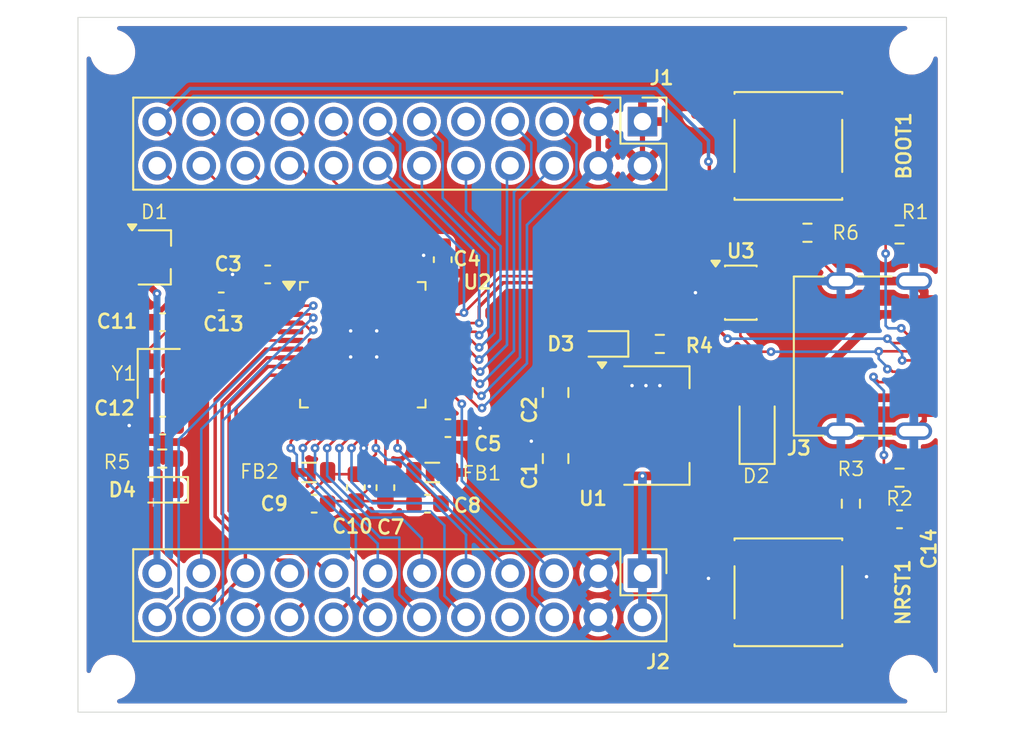
<source format=kicad_pcb>
(kicad_pcb (version 20241229) (generator "pcbnew") (generator_version "9.0")
  (layers (0 "F.Cu" signal) (2 "B.Cu" signal) (13 "F.Paste" user) (15 "B.Paste" user) (5 "F.SilkS" user "F.Silkscreen") (7 "B.SilkS" user "B.Silkscreen") (1 "F.Mask" user) (3 "B.Mask" user) (25 "Edge.Cuts" user))
  (net 0 "")
  (net 1 "+5V")
  (net 2 "GND")
  (net 3 "+3V3")
  (net 4 "VA")
  (net 5 "NRST")
  (net 6 "Net-(U2-PF0)")
  (net 7 "VREF")
  (net 8 "Net-(U2-PF1)")
  (net 9 "VBAT")
  (net 10 "VBUS")
  (net 11 "Net-(D4-K)")
  (net 12 "Net-(D3-K)")
  (net 13 "VB")
  (net 14 "PA11")
  (net 17 "PA12")
  (net 18 "Net-(J3-CC1)")
  (net 20 "PB10")
  (net 21 "PA13")
  (net 22 "PB3")
  (net 23 "PA14")
  (net 24 "PB7")
  (net 25 "PB4")
  (net 26 "PB8_BOOT0")
  (net 28 "PB14")
  (net 29 "PB15")
  (net 30 "PA10")
  (net 31 "PB13")
  (net 32 "PB12")
  (net 33 "PB5")
  (net 34 "PB6")
  (net 35 "PA15")
  (net 36 "PA8")
  (net 37 "PA9")
  (net 38 "PC15")
  (net 39 "PA4")
  (net 40 "PB2")
  (net 41 "PC14")
  (net 42 "PA2")
  (net 43 "PA0")
  (net 44 "PB11")
  (net 45 "PA1")
  (net 46 "PA7")
  (net 47 "PA3")
  (net 48 "PC13")
  (net 49 "PA5")
  (net 50 "PB1")
  (net 51 "PA6")
  (net 52 "PB0")
  (net 53 "Net-(J3-CC2)")
  (net 55 "PB9")
  (footprint "Resistor_SMD:R_0603_1608Metric" (layer "F.Cu") (at 123.85 103.4 180)
    (property "Reference" "R5")
    (property "Value" "R_220_0603")
  )
  (footprint "Inductor_SMD:L_0805_2012Metric" (layer "F.Cu") (at 139.4 104.2 180)
    (property "Reference" "FB1")
    (property "Value" "FB_0805")
  )
  (footprint "Connector_PinHeader_2.54mm:PinHeader_2x12_P2.54mm_Vertical" (layer "F.Cu") (at 151.5 84 -90)
    (property "Reference" "J1")
    (property "Value" "P1")
  )
  (footprint "Resistor_SMD:R_0603_1608Metric" (layer "F.Cu") (at 166.3 90.5 180)
    (property "Reference" "R1")
    (property "Value" "R_5.1K_0603")
  )
  (footprint "Resistor_SMD:R_0603_1608Metric" (layer "F.Cu") (at 161 90.4)
    (property "Reference" "R6")
    (property "Value" "R_10K_0603")
  )
  (footprint "Connector_USB:USB_C_Receptacle_G-Switch_GT-USB-7010ASV" (layer "F.Cu") (at 164 97.5 -90)
    (property "Reference" "J3")
    (property "Value" "~")
  )
  (footprint "Capacitor_SMD:C_0805_2012Metric" (layer "F.Cu") (at 146.5 99.6 90)
    (property "Reference" "C2")
    (property "Value" "C_10UF_0805")
  )
  (footprint "Capacitor_SMD:C_0603_1608Metric" (layer "F.Cu") (at 123.875 101.5 180)
    (property "Reference" "C12")
    (property "Value" "C_20PF_0603")
  )
  (footprint "Diode_SMD:D_PowerDI-123" (layer "F.Cu") (at 158.1 101.4 90)
    (property "Reference" "D2")
    (property "Value" "DFLS140")
  )
  (footprint "MountingHole:MountingHole_2.1mm" (layer "F.Cu") (at 121 116)
    (property "Reference" "REF**" (hide yes))
    (property "Value" "MountingHole_2.1mm")
  )
  (footprint "Resistor_SMD:R_0603_1608Metric" (layer "F.Cu") (at 166.3 104.5 180)
    (property "Reference" "R2")
    (property "Value" "R_5.1K_0603")
  )
  (footprint "Button_Switch_SMD:SW_Push_1P1T_NO_E-Switch_TL3301NxxxxxG" (layer "F.Cu") (at 159.9 111.1)
    (property "Reference" "NRST1")
    (property "Value" "SW_DPST_x2")
  )
  (footprint "Capacitor_SMD:C_0603_1608Metric" (layer "F.Cu") (at 127.25 94.35 180)
    (property "Reference" "C13")
    (property "Value" "C_100NF_0603")
  )
  (footprint "Capacitor_SMD:C_0603_1608Metric" (layer "F.Cu") (at 123.87 95.55 180)
    (property "Reference" "C11")
    (property "Value" "C_20PF_0603")
  )
  (footprint "Capacitor_SMD:C_0805_2012Metric" (layer "F.Cu") (at 146.5 103.4 90)
    (property "Reference" "C1")
    (property "Value" "C_10UF_0805")
  )
  (footprint "MountingHole:MountingHole_2.1mm" (layer "F.Cu") (at 167 116)
    (property "Reference" "REF**" (hide yes))
    (property "Value" "MountingHole_2.1mm")
  )
  (footprint "MountingHole:MountingHole_2.1mm" (layer "F.Cu") (at 121 80)
    (property "Reference" "REF**" (hide yes))
    (property "Value" "MountingHole_2.1mm")
  )
  (footprint "Package_TO_SOT_SMD:SOT-223-3_TabPin2" (layer "F.Cu") (at 152.3 101.5)
    (property "Reference" "U1")
    (property "Value" "AMS1117-3.3")
  )
  (footprint "MountingHole:MountingHole_2.1mm" (layer "F.Cu") (at 167 80)
    (property "Reference" "REF**" (hide yes))
    (property "Value" "MountingHole_2.1mm")
  )
  (footprint "Capacitor_SMD:C_0603_1608Metric" (layer "F.Cu") (at 140 91.95 90)
    (property "Reference" "C4")
    (property "Value" "C_100NF_0603")
  )
  (footprint "Package_TO_SOT_SMD:TSOT-23" (layer "F.Cu") (at 123.4 91.8)
    (property "Reference" "D1")
    (property "Value" "BAT54CW")
  )
  (footprint "Capacitor_SMD:C_0603_1608Metric" (layer "F.Cu") (at 132.6 106)
    (property "Reference" "C9")
    (property "Value" "C_1UF_0603")
  )
  (footprint "LED_SMD:LED_0603_1608Metric" (layer "F.Cu") (at 123.85 105.2 180)
    (property "Reference" "D4")
    (property "Value" "LED_BLUE_0603")
  )
  (footprint "Resistor_SMD:R_0603_1608Metric" (layer "F.Cu") (at 152.5 96.8)
    (property "Reference" "R4")
    (property "Value" "R_220_0603")
  )
  (footprint "Capacitor_SMD:C_0603_1608Metric" (layer "F.Cu") (at 129.925 92.8 180)
    (property "Reference" "C3")
    (property "Value" "C_1UF_0805")
  )
  (footprint "Capacitor_SMD:C_0603_1608Metric" (layer "F.Cu") (at 139.125 106 180)
    (property "Reference" "C8")
    (property "Value" "C_1UF_0603")
  )
  (footprint "Capacitor_SMD:C_0603_1608Metric" (layer "F.Cu") (at 136.7 105.075 -90)
    (property "Reference" "C7")
    (property "Value" "C_100NF_0603")
  )
  (footprint "Capacitor_SMD:C_0603_1608Metric" (layer "F.Cu") (at 166.3 106.9)
    (property "Reference" "C14")
    (property "Value" "C_100NF_0603")
  )
  (footprint "Package_QFP:LQFP-48_7x7mm_P0.5mm" (layer "F.Cu") (at 135.4 96.85)
    (property "Reference" "U2")
    (property "Value" "STM32G474CBTx")
  )
  (footprint "Capacitor_SMD:C_0603_1608Metric" (layer "F.Cu") (at 135 105.075 -90)
    (property "Reference" "C10")
    (property "Value" "C_100NF_0603")
  )
  (footprint "Button_Switch_SMD:SW_Push_1P1T_NO_E-Switch_TL3301NxxxxxG" (layer "F.Cu") (at 159.9 85.4 180)
    (property "Reference" "BOOT1")
    (property "Value" "SW_DPST_x2")
  )
  (footprint "Resistor_SMD:R_0603_1608Metric" (layer "F.Cu") (at 163.5 106 -90)
    (property "Reference" "R3")
    (property "Value" "R_10K_0603")
  )
  (footprint "Inductor_SMD:L_0805_2012Metric" (layer "F.Cu") (at 132.3125 104.2)
    (property "Reference" "FB2")
    (property "Value" "FB_0805")
  )
  (footprint "Capacitor_SMD:C_0603_1608Metric" (layer "F.Cu") (at 140.3 101.65)
    (property "Reference" "C5")
    (property "Value" "C_100NF_0603")
  )
  (footprint "LED_SMD:LED_0603_1608Metric" (layer "F.Cu") (at 149.2 96.8 180)
    (property "Reference" "D3")
    (property "Value" "LED_GREEN_0603")
  )
  (footprint "Connector_PinHeader_2.54mm:PinHeader_2x12_P2.54mm_Vertical" (layer "F.Cu") (at 151.5 110 -90)
    (property "Reference" "J2")
    (property "Value" "P2")
  )
  (footprint "Package_TO_SOT_SMD:SOT-23-6" (layer "F.Cu") (at 157.1625 93.85)
    (property "Reference" "U3")
    (property "Value" "SRV05-4")
  )
  (footprint "Crystal:Crystal_SMD_2016-4Pin_2.0x1.6mm" (layer "F.Cu") (at 123.65 98.5 -90)
    (property "Reference" "Y1")
    (property "Value" "X_24MHZ")
  )
  (gr_line (start 119 78) (end 169 78) (stroke (width 0.05)) (layer "Edge.Cuts"))
  (gr_line (start 169 78) (end 169 118) (stroke (width 0.05)) (layer "Edge.Cuts"))
  (gr_line (start 119 118) (end 119 78) (stroke (width 0.05)) (layer "Edge.Cuts"))
  (gr_line (start 169 118) (end 119 118) (stroke (width 0.05)) (layer "Edge.Cuts"))
  (segment (start 149.75 104.4) (end 151.5 104.4) (width 0.5) (layer "F.Cu") (net 1))
  (segment (start 158.1 102.25) (end 158.1 103.15) (width 0.5) (layer "F.Cu") (net 1))
  (segment (start 149.15 103.8) (end 149.75 104.4) (width 0.5) (layer "F.Cu") (net 1))
  (segment (start 149.15 103.8) (end 147.05 103.8) (width 0.5) (layer "F.Cu") (net 1))
  (segment (start 147.05 103.8) (end 146.5 104.35) (width 0.5) (layer "F.Cu") (net 1))
  (segment (start 158.1 103.15) (end 156.85 104.4) (width 0.5) (layer "F.Cu") (net 1))
  (segment (start 156.85 104.4) (end 151.5 104.4) (width 0.5) (layer "F.Cu") (net 1))
  (via (at 151.5 104.4) (size 0.5) (drill 0.2) (layers "F.Cu" "B.Cu") (net 1))
  (segment (start 151.5 112.54) (end 151.5 110) (width 0.5) (layer "B.Cu") (net 1))
  (segment (start 151.5 110) (end 151.5 104.4) (width 0.5) (layer "B.Cu") (net 1))
  (segment (start 135.65 97.55) (end 135.65 101.0125) (width 0.15) (layer "F.Cu") (net 2))
  (segment (start 123.095 95.55) (end 124.345 94.3) (width 0.3) (layer "F.Cu") (net 2))
  (segment (start 145.1 102.4) (end 146.45 102.4) (width 0.5) (layer "F.Cu") (net 2))
  (segment (start 138.9 91.7) (end 139.475 91.7) (width 0.15) (layer "F.Cu") (net 2))
  (segment (start 135.45 102.8) (end 135.65 102.6) (width 0.15) (layer "F.Cu") (net 2))
  (segment (start 147.05 99.2) (end 146.5 98.65) (width 0.5) (layer "F.Cu") (net 2))
  (segment (start 139.925 91.1) (end 140 91.175) (width 0.15) (layer "F.Cu") (net 2))
  (segment (start 123.05 95.505) (end 123.095 95.55) (width 0.2) (layer "F.Cu") (net 2))
  (segment (start 153.325 96.8) (end 153.325 98.375) (width 0.2) (layer "F.Cu") (net 2))
  (segment (start 135.775 105.075) (end 135 105.85) (width 0.15) (layer "F.Cu") (net 2))
  (segment (start 124.345 94.3) (end 126.45 94.3) (width 0.3) (layer "F.Cu") (net 2))
  (segment (start 141.075 101.65) (end 142.15 101.65) (width 0.15) (layer "F.Cu") (net 2))
  (segment (start 127.9 92.8) (end 129.15 92.8) (width 0.3) (layer "F.Cu") (net 2))
  (segment (start 137.65 101.0125) (end 137.65 99) (width 0.15) (layer "F.Cu") (net 2))
  (segment (start 153.325 98.375) (end 152.5 99.2) (width 0.2) (layer "F.Cu") (net 2))
  (segment (start 167.125 106.85) (end 167.075 106.9) (width 0.2) (layer "F.Cu") (net 2))
  (segment (start 167.125 104.5) (end 167.125 101.82) (width 0.3) (layer "F.Cu") (net 2))
  (segment (start 139.925 91.25) (end 139.925 91.1) (width 0.15) (layer "F.Cu") (net 2))
  (segment (start 136.2 96.05) (end 136.2 97.55) (width 0.15) (layer "F.Cu") (net 2))
  (segment (start 136.2 96.05) (end 134.7 96.05) (width 0.15) (layer "F.Cu") (net 2))
  (segment (start 135.65 102.6) (end 135.65 101.0125) (width 0.15) (layer "F.Cu") (net 2))
  (segment (start 133.525 105.85) (end 133.375 106) (width 0.15) (layer "F.Cu") (net 2))
  (segment (start 150.9 99.2) (end 152.5 99.2) (width 0.5) (layer "F.Cu") (net 2))
  (segment (start 146.45 102.4) (end 146.5 102.45) (width 0.5) (layer "F.Cu") (net 2))
  (segment (start 137.65 99) (end 136.2 97.55) (width 0.15) (layer "F.Cu") (net 2))
  (segment (start 123.1 101.5) (end 122 101.5) (width 0.3) (layer "F.Cu") (net 2))
  (segment (start 154.55 93.85) (end 156.025 93.85) (width 0.15) (layer "F.Cu") (net 2))
  (segment (start 161.825 92.08) (end 162.925 93.18) (width 0.15) (layer "F.Cu") (net 2))
  (segment (start 149.15 99.2) (end 147.05 99.2) (width 0.5) (layer "F.Cu") (net 2))
  (segment (start 139.475 91.7) (end 139.925 91.25) (width 0.15) (layer "F.Cu") (net 2))
  (segment (start 122.424 96.221) (end 122.424 98.524) (width 0.15) (layer "F.Cu") (net 2))
  (segment (start 149.3 99.05) (end 149.15 99.2) (width 0.3) (layer "F.Cu") (net 2))
  (segment (start 167.725 94.3) (end 167.725 93.78) (width 0.5) (layer "F.Cu") (net 2))
  (segment (start 154.55 93.85) (end 154.6 93.8) (width 0.15) (layer "F.Cu") (net 2))
  (segment (start 123.1 99.171292) (end 123.1 99.2) (width 0.15) (layer "F.Cu") (net 2))
  (segment (start 136.7 105.85) (end 135 105.85) (width 0.15) (layer "F.Cu") (net 2))
  (segment (start 137.65 94.6) (end 139.5625 94.6) (width 0.15) (layer "F.Cu") (net 2))
  (segment (start 149.15 99.2) (end 150.9 99.2) (width 0.5) (layer "F.Cu") (net 2))
  (segment (start 134.7 96.05) (end 134.7 97.55) (width 0.15) (layer "F.Cu") (net 2))
  (segment (start 133.15 94.5) (end 133.15 92.6875) (width 0.15) (layer "F.Cu") (net 2))
  (segment (start 126.45 94.3) (end 126.45 93.95) (width 0.2) (layer "F.Cu") (net 2))
  (segment (start 136.2 96.05) (end 137.65 94.6) (width 0.15) (layer "F.Cu") (net 2))
  (segment (start 167.725 93.78) (end 167.125 93.18) (width 0.5) (layer "F.Cu") (net 2))
  (segment (start 134.7 96.05) (end 133.15 94.5) (width 0.15) (layer "F.Cu") (net 2))
  (segment (start 135 105.85) (end 133.525 105.85) (width 0.15) (layer "F.Cu") (net 2))
  (segment (start 167.125 101.82) (end 162.925 101.82) (width 0.5) (layer "F.Cu") (net 2))
  (segment (start 122.424 98.524) (end 123.1 99.2) (width 0.15) (layer "F.Cu") (net 2))
  (segment (start 122.8 101.2) (end 123.1 101.5) (width 0.15) (layer "F.Cu") (net 2))
  (segment (start 136.2 97.55) (end 134.7 97.55) (width 0.15) (layer "F.Cu") (net 2))
  (segment (start 164.45 108.85) (end 164.4 108.9) (width 0.2) (layer "F.Cu") (net 2))
  (segment (start 167.725 101.22) (end 167.125 101.82) (width 0.3) (layer "F.Cu") (net 2))
  (segment (start 164.4 108.9) (end 164.4 110.2) (width 0.2) (layer "F.Cu") (net 2))
  (segment (start 124.2 97.8) (end 124.2 98.071292) (width 0.15) (layer "F.Cu") (net 2))
  (segment (start 138.35 105.9) (end 136.75 105.9) (width 0.2) (layer "F.Cu") (net 2))
  (segment (start 124.2 98.071292) (end 123.1 99.171292) (width 0.15) (layer "F.Cu") (net 2))
  (segment (start 155.35 108.85) (end 155.3 108.9) (width 0.2) (layer "F.Cu") (net 2))
  (segment (start 123.1 101.5) (end 123.1 99.2) (width 0.15) (layer "F.Cu") (net 2))
  (segment (start 155.3 108.9) (end 155.3 110.3) (width 0.2) (layer "F.Cu") (net 2))
  (segment (start 123.095 95.55) (end 122.424 96.221) (width 0.15) (layer "F.Cu") (net 2))
  (segment (start 135.85 105) (end 136.7 105.85) (width 0.15) (layer "F.Cu") (net 2))
  (segment (start 167.125 104.5) (end 167.125 106.85) (width 0.2) (layer "F.Cu") (net 2))
  (segment (start 167.125 93.18) (end 162.925 93.18) (width 0.5) (layer "F.Cu") (net 2))
  (segment (start 167.725 100.7) (end 167.725 101.22) (width 0.3) (layer "F.Cu") (net 2))
  (segment (start 167.125 90.5) (end 167.125 93.18) (width 0.15) (layer "F.Cu") (net 2))
  (segment (start 161.825 90.4) (end 161.825 92.08) (width 0.15) (layer "F.Cu") (net 2))
  (segment (start 148.96 86.54) (end 148.96 84) (width 0.3) (layer "F.Cu") (net 2))
  (via (at 151.7 99.2) (size 0.5) (drill 0.2) (layers "F.Cu" "B.Cu") (net 2))
  (via (at 145.1 102.4) (size 0.5) (drill 0.2) (layers "F.Cu" "B.Cu") (net 2))
  (via (at 134.7 97.55) (size 0.5) (drill 0.2) (layers "F.Cu" "B.Cu") (net 2))
  (via (at 134.7 96.05) (size 0.5) (drill 0.2) (layers "F.Cu" "B.Cu") (net 2))
  (via (at 127.9 92.8) (size 0.5) (drill 0.2) (layers "F.Cu" "B.Cu") (net 2))
  (via (at 135.775 105) (size 0.5) (drill 0.2) (layers "F.Cu" "B.Cu") (net 2))
  (via (at 138.9 91.7) (size 0.5) (drill 0.2) (layers "F.Cu" "B.Cu") (net 2))
  (via (at 135.45 102.8) (size 0.5) (drill 0.2) (layers "F.Cu" "B.Cu") (net 2))
  (via (at 164.4 110.2) (size 0.5) (drill 0.2) (layers "F.Cu" "B.Cu") (net 2))
  (via (at 121.95 101.5) (size 0.5) (drill 0.2) (layers "F.Cu" "B.Cu") (net 2))
  (via (at 155.3 110.3) (size 0.5) (drill 0.2) (layers "F.Cu" "B.Cu") (net 2))
  (via (at 150.9 99.2) (size 0.5) (drill 0.2) (layers "F.Cu" "B.Cu") (net 2))
  (via (at 152.5 99.2) (size 0.5) (drill 0.2) (layers "F.Cu" "B.Cu") (net 2))
  (via (at 142.15 101.65) (size 0.5) (drill 0.2) (layers "F.Cu" "B.Cu") (net 2))
  (via (at 154.55 93.85) (size 0.5) (drill 0.2) (layers "F.Cu" "B.Cu") (net 2))
  (via (at 136.2 97.55) (size 0.5) (drill 0.2) (layers "F.Cu" "B.Cu") (net 2))
  (via (at 136.2 96.05) (size 0.5) (drill 0.2) (layers "F.Cu" "B.Cu") (net 2))
  (segment (start 135.775 103.425) (end 135.45 103.1) (width 0.15) (layer "B.Cu") (net 2))
  (segment (start 135.775 105) (end 135.775 103.425) (width 0.15) (layer "B.Cu") (net 2))
  (segment (start 135.45 103.1) (end 135.45 102.8) (width 0.15) (layer "B.Cu") (net 2))
  (segment (start 132.5375 92.8) (end 132.65 92.6875) (width 0.3) (layer "F.Cu") (net 3))
  (segment (start 130.7 92.8) (end 132.5375 92.8) (width 0.3) (layer "F.Cu") (net 3))
  (segment (start 138.7875 101.65) (end 138.15 101.0125) (width 0.3) (layer "F.Cu") (net 3))
  (segment (start 148.2 100.55) (end 149.15 101.5) (width 0.5) (layer "F.Cu") (net 3))
  (segment (start 151.5 86.54) (end 151.5 84) (width 0.3) (layer "F.Cu") (net 3))
  (segment (start 146.5 100.55) (end 148.2 100.55) (width 0.5) (layer "F.Cu") (net 3))
  (segment (start 139.5625 94.1) (end 139.5625 93.1625) (width 0.3) (layer "F.Cu") (net 3))
  (segment (start 139.5625 93.1625) (end 140 92.725) (width 0.3) (layer "F.Cu") (net 3))
  (segment (start 139.525 101.65) (end 138.7875 101.65) (width 0.3) (layer "F.Cu") (net 3))
  (segment (start 136.649999 101.0125) (end 136.7 101.062501) (width 0.15) (layer "F.Cu") (net 4))
  (segment (start 138.3375 104.4375) (end 139.9 106) (width 0.15) (layer "F.Cu") (net 4))
  (segment (start 138.2375 104.3) (end 138.3375 104.2) (width 0.15) (layer "F.Cu") (net 4))
  (segment (start 138.3375 104.2) (end 138.3375 104.4375) (width 0.15) (layer "F.Cu") (net 4))
  (segment (start 136.7 104.3) (end 138.2375 104.3) (width 0.15) (layer "F.Cu") (net 4))
  (segment (start 136.7 101.062501) (end 136.7 104.3) (width 0.15) (layer "F.Cu") (net 4))
  (segment (start 155.35 113.35) (end 154 114.7) (width 0.2) (layer "F.Cu") (net 5))
  (segment (start 127.3 113.1) (end 127.3 111.34) (width 0.2) (layer "F.Cu") (net 5))
  (segment (start 163.5 106.825) (end 165.45 106.825) (width 0.2) (layer "F.Cu") (net 5))
  (segment (start 164.45 113.35) (end 155.35 113.35) (width 0.2) (layer "F.Cu") (net 5))
  (segment (start 154 114.7) (end 128.9 114.7) (width 0.2) (layer "F.Cu") (net 5))
  (segment (start 166.6 111.2) (end 164.45 113.35) (width 0.2) (layer "F.Cu") (net 5))
  (segment (start 166.6 107.975) (end 166.6 111.2) (width 0.2) (layer "F.Cu") (net 5))
  (segment (start 127.3 111.34) (end 128.64 110) (width 0.2) (layer "F.Cu") (net 5))
  (segment (start 165.45 106.825) (end 165.525 106.9) (width 0.2) (layer "F.Cu") (net 5))
  (segment (start 131.2375 97.1) (end 129.8145 97.1) (width 0.2) (layer "F.Cu") (net 5))
  (segment (start 128.9 114.7) (end 127.3 113.1) (width 0.2) (layer "F.Cu") (net 5))
  (segment (start 126.9 100.0145) (end 126.9 106.7342) (width 0.2) (layer "F.Cu") (net 5))
  (segment (start 126.9 106.7342) (end 128.64 108.4742) (width 0.2) (layer "F.Cu") (net 5))
  (segment (start 128.64 108.4742) (end 128.64 110) (width 0.2) (layer "F.Cu") (net 5))
  (segment (start 165.525 106.9) (end 166.6 107.975) (width 0.2) (layer "F.Cu") (net 5))
  (segment (start 129.8145 97.1) (end 126.9 100.0145) (width 0.2) (layer "F.Cu") (net 5))
  (segment (start 123.1 97.095) (end 124.645 95.55) (width 0.15) (layer "F.Cu") (net 6))
  (segment (start 125.195 96.1) (end 131.2375 96.1) (width 0.15) (layer "F.Cu") (net 6))
  (segment (start 123.1 97.8) (end 123.1 97.095) (width 0.15) (layer "F.Cu") (net 6))
  (segment (start 124.645 95.55) (end 125.195 96.1) (width 0.15) (layer "F.Cu") (net 6))
  (segment (start 136.150003 102.8) (end 136.15 102.799997) (width 0.15) (layer "F.Cu") (net 7))
  (segment (start 135 104.3) (end 133.475 104.3) (width 0.15) (layer "F.Cu") (net 7))
  (segment (start 131.825 106) (end 133.375 104.45) (width 0.15) (layer "F.Cu") (net 7))
  (segment (start 133.375 104.45) (end 133.375 104.2) (width 0.15) (layer "F.Cu") (net 7))
  (segment (start 136.150003 102.8) (end 136.150003 103.149997) (width 0.15) (layer "F.Cu") (net 7))
  (segment (start 136.150003 103.149997) (end 135 104.3) (width 0.15) (layer "F.Cu") (net 7))
  (segment (start 133.475 104.3) (end 133.375 104.2) (width 0.15) (layer "F.Cu") (net 7))
  (segment (start 136.15 102.799997) (end 136.15 101.0125) (width 0.15) (layer "F.Cu") (net 7))
  (via (at 136.150003 102.8) (size 0.5) (drill 0.2) (layers "F.Cu" "B.Cu") (net 7))
  (segment (start 136.150003 102.8) (end 136.821391 103.471388) (width 0.15) (layer "B.Cu") (net 7))
  (segment (start 137.528612 103.471388) (end 143.88 109.822777) (width 0.15) (layer "B.Cu") (net 7))
  (segment (start 136.821391 103.471388) (end 137.528612 103.471388) (width 0.15) (layer "B.Cu") (net 7))
  (segment (start 143.88 109.822777) (end 143.88 110) (width 0.15) (layer "B.Cu") (net 7))
  (segment (start 129.75 96.6) (end 127.15 99.2) (width 0.15) (layer "F.Cu") (net 8))
  (segment (start 124.65 101.5) (end 124.65 99.65) (width 0.15) (layer "F.Cu") (net 8))
  (segment (start 131.2375 96.6) (end 129.75 96.6) (width 0.15) (layer "F.Cu") (net 8))
  (segment (start 131.1635 96.674) (end 131.2375 96.6) (width 0.15) (layer "F.Cu") (net 8))
  (segment (start 124.65 99.65) (end 124.2 99.2) (width 0.15) (layer "F.Cu") (net 8))
  (segment (start 127.15 99.2) (end 124.2 99.2) (width 0.15) (layer "F.Cu") (net 8))
  (segment (start 125.475 91.8) (end 128.025 94.35) (width 0.3) (layer "F.Cu") (net 9))
  (segment (start 131.2375 94.1) (end 128.275 94.1) (width 0.15) (layer "F.Cu") (net 9))
  (segment (start 131.235818 94.098318) (end 131.2375 94.1) (width 0.2) (layer "F.Cu") (net 9))
  (segment (start 128.275 94.1) (end 128.025 94.35) (width 0.15) (layer "F.Cu") (net 9))
  (segment (start 124.71 91.8) (end 125.475 91.8) (width 0.3) (layer "F.Cu") (net 9))
  (segment (start 167.725 99.9) (end 160.425 99.9) (width 0.5) (layer "F.Cu") (net 10))
  (segment (start 167.725 95.1) (end 165.175 95.1) (width 0.5) (layer "F.Cu") (net 10))
  (segment (start 158.1 99.95) (end 158.35 99.7) (width 0.5) (layer "F.Cu") (net 10))
  (segment (start 158.15 99.7) (end 158.1 99.75) (width 0.5) (layer "F.Cu") (net 10))
  (segment (start 167.725 95.1) (end 167.676 95.149) (width 0.5) (layer "F.Cu") (net 10))
  (segment (start 167.725 95.1) (end 167.564 95.261) (width 0.15) (layer "F.Cu") (net 10))
  (segment (start 167.725 95.1) (end 167.525 95.3) (width 0.2) (layer "F.Cu") (net 10))
  (segment (start 158.1 99.875) (end 160.4 99.875) (width 0.5) (layer "F.Cu") (net 10))
  (segment (start 165.175 95.1) (end 160.4 99.875) (width 0.5) (layer "F.Cu") (net 10))
  (segment (start 124.675 105.1625) (end 124.6375 105.2) (width 0.15) (layer "F.Cu") (net 11))
  (segment (start 124.6375 105.2) (end 124.6375 105.0125) (width 0.2) (layer "F.Cu") (net 11))
  (segment (start 124.675 103.4) (end 124.675 105.1625) (width 0.15) (layer "F.Cu") (net 11))
  (segment (start 151.675 96.8) (end 149.9875 96.8) (width 0.15) (layer "F.Cu") (net 12))
  (segment (start 122.09 92.75) (end 122.4 92.75) (width 0.4) (layer "F.Cu") (net 13))
  (segment (start 122.4 92.75) (end 123.55 93.9) (width 0.4) (layer "F.Cu") (net 13))
  (via (at 123.55 93.9) (size 0.5) (drill 0.2) (layers "F.Cu" "B.Cu") (net 13))
  (segment (start 123.55 109.99) (end 123.56 110) (width 0.4) (layer "B.Cu") (net 13))
  (segment (start 123.55 93.92) (end 123.55 109.99) (width 0.4) (layer "B.Cu") (net 13))
  (segment (start 123.56 93.91) (end 123.55 93.92) (width 0.4) (layer "B.Cu") (net 13))
  (segment (start 123.55 93.9) (end 123.56 93.91) (width 0.2) (layer "B.Cu") (net 13))
  (segment (start 139.5625 95.600001) (end 142.1 95.6) (width 0.15) (layer "F.Cu") (net 14))
  (segment (start 142.1 94.656744) (end 142.1 95.6) (width 0.2) (layer "F.Cu") (net 14))
  (segment (start 154.720768 94.8) (end 153.196768 93.276) (width 0.2) (layer "F.Cu") (net 14))
  (segment (start 156.4 96.5) (end 156 96.1) (width 0.2) (layer "F.Cu") (net 14))
  (segment (start 167.725 96.75) (end 165.85 96.75) (width 0.15) (layer "F.Cu") (net 14))
  (segment (start 156.025 94.8) (end 154.720768 94.8) (width 0.2) (layer "F.Cu") (net 14))
  (segment (start 165.85 96.75) (end 165.6 96.5) (width 0.15) (layer "F.Cu") (net 14))
  (segment (start 143.480744 93.276) (end 142.1 94.656744) (width 0.2) (layer "F.Cu") (net 14))
  (segment (start 153.196768 93.276) (end 143.480744 93.276) (width 0.2) (layer "F.Cu") (net 14))
  (segment (start 156 96.1) (end 156 94.825) (width 0.2) (layer "F.Cu") (net 14))
  (segment (start 167.725 97.75) (end 166.45 97.75) (width 0.15) (layer "F.Cu") (net 14))
  (segment (start 156 94.825) (end 156.025 94.8) (width 0.2) (layer "F.Cu") (net 14))
  (via (at 165.6 96.5) (size 0.5) (drill 0.2) (layers "F.Cu" "B.Cu") (net 14))
  (via (at 142.1 95.6) (size 0.5) (drill 0.2) (layers "F.Cu" "B.Cu") (net 14))
  (via (at 166.45 97.75) (size 0.5) (drill 0.2) (layers "F.Cu" "B.Cu") (net 14))
  (via (at 156.4 96.5) (size 0.5) (drill 0.2) (layers "F.Cu" "B.Cu") (net 14))
  (segment (start 142.1 95.6) (end 142.1 91.720405) (width 0.15) (layer "B.Cu") (net 14))
  (segment (start 142.1 91.720405) (end 137.55 87.170405) (width 0.15) (layer "B.Cu") (net 14))
  (segment (start 137.55 87.170405) (end 137.55 85.29) (width 0.15) (layer "B.Cu") (net 14))
  (segment (start 137.55 85.29) (end 136.26 84) (width 0.15) (layer "B.Cu") (net 14))
  (segment (start 166.45 97.75) (end 166.45 97.35) (width 0.15) (layer "B.Cu") (net 14))
  (segment (start 166.45 97.35) (end 165.6 96.5) (width 0.15) (layer "B.Cu") (net 14))
  (segment (start 165.6 96.5) (end 156.4 96.5) (width 0.15) (layer "B.Cu") (net 14))
  (segment (start 158.9 97.25) (end 158.05 97.25) (width 0.15) (layer "F.Cu") (net 17))
  (segment (start 141.225 95) (end 141.125 95.1) (width 0.15) (layer "F.Cu") (net 17))
  (segment (start 166.805 98.4) (end 166.955 98.25) (width 0.15) (layer "F.Cu") (net 17))
  (segment (start 157.138243 93.350744) (end 156.687499 92.9) (width 0.15) (layer "F.Cu") (net 17))
  (segment (start 165.9 98.4) (end 166.805 98.4) (width 0.15) (layer "F.Cu") (net 17))
  (segment (start 165.1 97.224) (end 167.699 97.224) (width 0.15) (layer "F.Cu") (net 17))
  (segment (start 167.699 97.224) (end 167.725 97.25) (width 0.15) (layer "F.Cu") (net 17))
  (segment (start 165.75 98.25) (end 165.9 98.4) (width 0.15) (layer "F.Cu") (net 17))
  (segment (start 166.955 98.25) (end 167.725 98.25) (width 0.15) (layer "F.Cu") (net 17))
  (segment (start 158.05 97.25) (end 157.138243 96.338243) (width 0.15) (layer "F.Cu") (net 17))
  (segment (start 157.138243 96.338243) (end 157.138243 93.350744) (width 0.15) (layer "F.Cu") (net 17))
  (segment (start 141.125 95.1) (end 139.5625 95.1) (width 0.15) (layer "F.Cu") (net 17))
  (segment (start 156.687499 92.9) (end 156.025 92.9) (width 0.15) (layer "F.Cu") (net 17))
  (segment (start 165.6 98.25) (end 165.75 98.25) (width 0.15) (layer "F.Cu") (net 17))
  (segment (start 143.325 92.9) (end 141.225 95) (width 0.15) (layer "F.Cu") (net 17))
  (segment (start 156.025 92.9) (end 143.325 92.9) (width 0.15) (layer "F.Cu") (net 17))
  (via (at 165.6 98.25) (size 0.5) (drill 0.2) (layers "F.Cu" "B.Cu") (net 17))
  (via (at 165.1 97.224) (size 0.5) (drill 0.2) (layers "F.Cu" "B.Cu") (net 17))
  (via (at 158.9 97.25) (size 0.5) (drill 0.2) (layers "F.Cu" "B.Cu") (net 17))
  (via (at 141.225 95) (size 0.5) (drill 0.2) (layers "F.Cu" "B.Cu") (net 17))
  (segment (start 165.6 98.15) (end 165.6 98.25) (width 0.15) (layer "B.Cu") (net 17))
  (segment (start 141.225 91.505) (end 136.26 86.54) (width 0.15) (layer "B.Cu") (net 17))
  (segment (start 158.9 97.25) (end 165.074 97.25) (width 0.15) (layer "B.Cu") (net 17))
  (segment (start 141.225 95) (end 141.225 91.505) (width 0.15) (layer "B.Cu") (net 17))
  (segment (start 165.074 97.25) (end 165.1 97.224) (width 0.15) (layer "B.Cu") (net 17))
  (segment (start 165.1 97.65) (end 165.6 98.15) (width 0.15) (layer "B.Cu") (net 17))
  (segment (start 165.1 97.224) (end 165.1 97.65) (width 0.15) (layer "B.Cu") (net 17))
  (segment (start 166.4 95.9) (end 166.75 96.25) (width 0.15) (layer "F.Cu") (net 18))
  (segment (start 165.5 90.525) (end 165.475 90.5) (width 0.15) (layer "F.Cu") (net 18))
  (segment (start 166.75 96.25) (end 167.725 96.25) (width 0.15) (layer "F.Cu") (net 18))
  (segment (start 165.5 91.6) (end 165.5 90.525) (width 0.15) (layer "F.Cu") (net 18))
  (via (at 165.5 91.6) (size 0.5) (drill 0.2) (layers "F.Cu" "B.Cu") (net 18))
  (via (at 166.4 95.9) (size 0.5) (drill 0.2) (layers "F.Cu" "B.Cu") (net 18))
  (segment (start 165.5 95.75) (end 165.5 91.6) (width 0.15) (layer "B.Cu") (net 18))
  (segment (start 165.65 95.9) (end 165.5 95.75) (width 0.15) (layer "B.Cu") (net 18))
  (segment (start 166.4 95.9) (end 165.65 95.9) (width 0.15) (layer "B.Cu") (net 18))
  (segment (start 137.4 102.8) (end 137.4 102.25) (width 0.15) (layer "F.Cu") (net 20))
  (segment (start 137.15 102) (end 137.15 101.0125) (width 0.15) (layer "F.Cu") (net 20))
  (segment (start 137.4 102.25) (end 137.15 102) (width 0.15) (layer "F.Cu") (net 20))
  (via (at 137.4 102.8) (size 0.5) (drill 0.2) (layers "F.Cu" "B.Cu") (net 20))
  (segment (start 145.15 109.677595) (end 145.15 111.27) (width 0.15) (layer "B.Cu") (net 20))
  (segment (start 143.253612 108.7) (end 144.172405 108.7) (width 0.15) (layer "B.Cu") (net 20))
  (segment (start 137.4 102.8) (end 137.4 102.846388) (width 0.15) (layer "B.Cu") (net 20))
  (segment (start 144.172405 108.7) (end 145.15 109.677595) (width 0.15) (layer "B.Cu") (net 20))
  (segment (start 137.4 102.846388) (end 143.253612 108.7) (width 0.15) (layer "B.Cu") (net 20))
  (segment (start 145.15 111.27) (end 146.42 112.54) (width 0.15) (layer "B.Cu") (net 20))
  (segment (start 134.871 87.971) (end 134.871 85.151) (width 0.15) (layer "F.Cu") (net 21))
  (segment (start 138.15 92.6875) (end 138.15 91.25) (width 0.15) (layer "F.Cu") (net 21))
  (segment (start 138.15 91.25) (end 134.871 87.971) (width 0.15) (layer "F.Cu") (net 21))
  (segment (start 134.871 85.151) (end 133.72 84) (width 0.15) (layer "F.Cu") (net 21))
  (segment (start 133.580424 88.444) (end 132.747612 88.444) (width 0.15) (layer "F.Cu") (net 22))
  (segment (start 132.149 87.012576) (end 131.676424 86.54) (width 0.15) (layer "F.Cu") (net 22))
  (segment (start 136.649999 92.6875) (end 136.649999 91.513575) (width 0.15) (layer "F.Cu") (net 22))
  (segment (start 132.149 87.845388) (end 132.149 87.012576) (width 0.15) (layer "F.Cu") (net 22))
  (segment (start 131.676424 86.54) (end 131.18 86.54) (width 0.15) (layer "F.Cu") (net 22))
  (segment (start 136.649999 91.513575) (end 133.580424 88.444) (width 0.15) (layer "F.Cu") (net 22))
  (segment (start 132.747612 88.444) (end 132.149 87.845388) (width 0.15) (layer "F.Cu") (net 22))
  (segment (start 137.65 92.6875) (end 137.65 91.35) (width 0.15) (layer "F.Cu") (net 23))
  (segment (start 133.72 87.42) (end 133.72 86.54) (width 0.15) (layer "F.Cu") (net 23))
  (segment (start 137.65 91.35) (end 133.72 87.42) (width 0.15) (layer "F.Cu") (net 23))
  (segment (start 129.658 90.098) (end 126.1 86.54) (width 0.15) (layer "F.Cu") (net 24))
  (segment (start 132.966024 90.098) (end 129.658 90.098) (width 0.15) (layer "F.Cu") (net 24))
  (segment (start 134.65 91.781976) (end 132.966024 90.098) (width 0.15) (layer "F.Cu") (net 24))
  (segment (start 134.65 92.6875) (end 134.65 91.781976) (width 0.15) (layer "F.Cu") (net 24))
  (segment (start 129.9 86.9) (end 129.9 85.26) (width 0.15) (layer "F.Cu") (net 25))
  (segment (start 133.464324 88.895) (end 131.895 88.895) (width 0.15) (layer "F.Cu") (net 25))
  (segment (start 136.15 92.6875) (end 136.15 91.580676) (width 0.15) (layer "F.Cu") (net 25))
  (segment (start 129.9 85.26) (end 128.64 84) (width 0.15) (layer "F.Cu") (net 25))
  (segment (start 131.895 88.895) (end 129.9 86.9) (width 0.15) (layer "F.Cu") (net 25))
  (segment (start 136.15 91.580676) (end 133.464324 88.895) (width 0.15) (layer "F.Cu") (net 25))
  (segment (start 155.35 86.35) (end 155.3 86.3) (width 0.2) (layer "F.Cu") (net 26))
  (segment (start 164.45 87.65) (end 162.925 87.65) (width 0.15) (layer "F.Cu") (net 26))
  (segment (start 157.425 87.65) (end 160.175 90.4) (width 0.15) (layer "F.Cu") (net 26))
  (segment (start 134.150001 92.6875) (end 134.150001 91.849077) (width 0.15) (layer "F.Cu") (net 26))
  (segment (start 132.799924 90.499) (end 128.299 90.499) (width 0.15) (layer "F.Cu") (net 26))
  (segment (start 162.925 87.65) (end 160.175 90.4) (width 0.15) (layer "F.Cu") (net 26))
  (segment (start 155.35 87.65) (end 157.425 87.65) (width 0.15) (layer "F.Cu") (net 26))
  (segment (start 134.150001 91.849077) (end 132.799924 90.499) (width 0.15) (layer "F.Cu") (net 26))
  (segment (start 155.35 87.65) (end 155.35 86.35) (width 0.2) (layer "F.Cu") (net 26))
  (segment (start 124.8 85.24) (end 123.56 84) (width 0.15) (layer "F.Cu") (net 26))
  (segment (start 124.8 87) (end 124.8 85.24) (width 0.15) (layer "F.Cu") (net 26))
  (segment (start 128.299 90.499) (end 124.8 87) (width 0.15) (layer "F.Cu") (net 26))
  (via (at 155.3 86.3) (size 0.5) (drill 0.2) (layers "F.Cu" "B.Cu") (net 26))
  (segment (start 155.3 86.3) (end 155.3 85.1) (width 0.2) (layer "B.Cu") (net 26))
  (segment (start 152.3 82.1) (end 125.46 82.1) (width 0.2) (layer "B.Cu") (net 26))
  (segment (start 155.3 85.1) (end 152.3 82.1) (width 0.2) (layer "B.Cu") (net 26))
  (segment (start 125.46 82.1) (end 123.56 84) (width 0.2) (layer "B.Cu") (net 26))
  (segment (start 142.114072 99.09741) (end 142.141983 99.09741) (width 0.15) (layer "F.Cu") (net 28))
  (segment (start 141.116661 98.099999) (end 142.114072 99.09741) (width 0.15) (layer "F.Cu") (net 28))
  (segment (start 139.5625 98.099999) (end 141.116661 98.099999) (width 0.15) (layer "F.Cu") (net 28))
  (via (at 142.141983 99.09741) (size 0.5) (drill 0.2) (layers "F.Cu" "B.Cu") (net 28))
  (segment (start 144.1 97.199604) (end 144.1 88.05) (width 0.15) (layer "B.Cu") (net 28))
  (segment (start 142.202194 99.09741) (end 144.1 97.199604) (width 0.15) (layer "B.Cu") (net 28))
  (segment (start 144.1 88.05) (end 145.1 87.05) (width 0.15) (layer "B.Cu") (net 28))
  (segment (start 145.1 87.05) (end 145.1 85.22) (width 0.15) (layer "B.Cu") (net 28))
  (segment (start 142.141983 99.09741) (end 142.202194 99.09741) (width 0.15) (layer "B.Cu") (net 28))
  (segment (start 145.1 85.22) (end 143.88 84) (width 0.15) (layer "B.Cu") (net 28))
  (segment (start 142.053708 98.397594) (end 142.158133 98.397594) (width 0.15) (layer "F.Cu") (net 29))
  (segment (start 141.256114 97.6) (end 142.053708 98.397594) (width 0.15) (layer "F.Cu") (net 29))
  (segment (start 139.5625 97.6) (end 141.256114 97.6) (width 0.15) (layer "F.Cu") (net 29))
  (via (at 142.158133 98.397594) (size 0.5) (drill 0.2) (layers "F.Cu" "B.Cu") (net 29))
  (segment (start 143.7 86.72) (end 143.88 86.54) (width 0.15) (layer "B.Cu") (net 29))
  (segment (start 142.158133 98.397594) (end 143.7 96.855727) (width 0.15) (layer "B.Cu") (net 29))
  (segment (start 143.7 96.855727) (end 143.7 86.72) (width 0.15) (layer "B.Cu") (net 29))
  (segment (start 141.899997 96.1) (end 142.1 96.300003) (width 0.15) (layer "F.Cu") (net 30))
  (segment (start 139.5625 96.1) (end 141.899997 96.1) (width 0.15) (layer "F.Cu") (net 30))
  (via (at 142.1 96.300003) (size 0.5) (drill 0.2) (layers "F.Cu" "B.Cu") (net 30))
  (segment (start 142.1 96.300003) (end 142.143874 96.300003) (width 0.15) (layer "B.Cu") (net 30))
  (segment (start 138.8 87.85) (end 138.8 86.54) (width 0.15) (layer "B.Cu") (net 30))
  (segment (start 142.143874 96.300003) (end 142.626 95.817877) (width 0.15) (layer "B.Cu") (net 30))
  (segment (start 142.626 95.817877) (end 142.626 91.676) (width 0.15) (layer "B.Cu") (net 30))
  (segment (start 142.626 91.676) (end 138.8 87.85) (width 0.15) (layer "B.Cu") (net 30))
  (segment (start 140.900696 98.6) (end 142.092427 99.791731) (width 0.15) (layer "F.Cu") (net 31))
  (segment (start 139.5625 98.6) (end 140.900696 98.6) (width 0.15) (layer "F.Cu") (net 31))
  (segment (start 142.092427 99.791731) (end 142.230987 99.791731) (width 0.15) (layer "F.Cu") (net 31))
  (via (at 142.230987 99.791731) (size 0.5) (drill 0.2) (layers "F.Cu" "B.Cu") (net 31))
  (segment (start 144.45 97.572718) (end 144.45 88.51) (width 0.15) (layer "B.Cu") (net 31))
  (segment (start 144.45 88.51) (end 146.42 86.54) (width 0.15) (layer "B.Cu") (net 31))
  (segment (start 142.230987 99.791731) (end 144.45 97.572718) (width 0.15) (layer "B.Cu") (net 31))
  (segment (start 140.693877 99.1) (end 142.085009 100.491132) (width 0.15) (layer "F.Cu") (net 32))
  (segment (start 142.085009 100.491132) (end 142.260004 100.491132) (width 0.15) (layer "F.Cu") (net 32))
  (segment (start 139.5625 99.1) (end 140.693877 99.1) (width 0.15) (layer "F.Cu") (net 32))
  (via (at 142.260004 100.491132) (size 0.5) (drill 0.2) (layers "F.Cu" "B.Cu") (net 32))
  (segment (start 147.7 85.28) (end 146.42 84) (width 0.15) (layer "B.Cu") (net 32))
  (segment (start 147.7 87.1) (end 147.7 85.28) (width 0.15) (layer "B.Cu") (net 32))
  (segment (start 144.85 97.916595) (end 144.85 89.95) (width 0.15) (layer "B.Cu") (net 32))
  (segment (start 142.260004 100.491132) (end 142.275463 100.491132) (width 0.15) (layer "B.Cu") (net 32))
  (segment (start 142.275463 100.491132) (end 144.85 97.916595) (width 0.15) (layer "B.Cu") (net 32))
  (segment (start 144.85 89.95) (end 147.7 87.1) (width 0.15) (layer "B.Cu") (net 32))
  (segment (start 133.298224 89.296) (end 131.396 89.296) (width 0.15) (layer "F.Cu") (net 33))
  (segment (start 135.65 91.647776) (end 133.298224 89.296) (width 0.15) (layer "F.Cu") (net 33))
  (segment (start 131.396 89.296) (end 128.64 86.54) (width 0.15) (layer "F.Cu") (net 33))
  (segment (start 135.65 92.6875) (end 135.65 91.647776) (width 0.15) (layer "F.Cu") (net 33))
  (segment (start 127.4 86.95) (end 127.4 85.3) (width 0.15) (layer "F.Cu") (net 34))
  (segment (start 130.147 89.697) (end 127.4 86.95) (width 0.15) (layer "F.Cu") (net 34))
  (segment (start 135.15 92.6875) (end 135.15 91.714876) (width 0.15) (layer "F.Cu") (net 34))
  (segment (start 127.4 85.3) (end 126.1 84) (width 0.15) (layer "F.Cu") (net 34))
  (segment (start 133.132124 89.697) (end 130.147 89.697) (width 0.15) (layer "F.Cu") (net 34))
  (segment (start 135.15 91.714876) (end 133.132124 89.697) (width 0.15) (layer "F.Cu") (net 34))
  (segment (start 132.5 87.7) (end 132.5 85.32) (width 0.15) (layer "F.Cu") (net 35))
  (segment (start 132.893 88.093) (end 132.5 87.7) (width 0.15) (layer "F.Cu") (net 35))
  (segment (start 132.5 85.32) (end 131.18 84) (width 0.15) (layer "F.Cu") (net 35))
  (segment (start 133.796524 88.093) (end 132.893 88.093) (width 0.15) (layer "F.Cu") (net 35))
  (segment (start 137.15 92.6875) (end 137.15 91.446476) (width 0.15) (layer "F.Cu") (net 35))
  (segment (start 137.15 91.446476) (end 133.796524 88.093) (width 0.15) (layer "F.Cu") (net 35))
  (segment (start 141.456117 97.1) (end 142.056126 97.700009) (width 0.15) (layer "F.Cu") (net 36))
  (segment (start 142.056126 97.700009) (end 142.1 97.700009) (width 0.15) (layer "F.Cu") (net 36))
  (segment (start 139.5625 97.1) (end 141.456117 97.1) (width 0.15) (layer "F.Cu") (net 36))
  (via (at 142.1 97.700009) (size 0.5) (drill 0.2) (layers "F.Cu" "B.Cu") (net 36))
  (segment (start 143.328 91.178) (end 141.34 89.19) (width 0.15) (layer "B.Cu") (net 36))
  (segment (start 142.1 97.700009) (end 142.143874 97.700009) (width 0.15) (layer "B.Cu") (net 36))
  (segment (start 141.34 89.19) (end 141.34 86.54) (width 0.15) (layer "B.Cu") (net 36))
  (segment (start 142.143874 97.700009) (end 143.328 96.515883) (width 0.15) (layer "B.Cu") (net 36))
  (segment (start 143.328 96.515883) (end 143.328 91.178) (width 0.15) (layer "B.Cu") (net 36))
  (segment (start 141.65612 96.6) (end 142.056126 97.000006) (width 0.15) (layer "F.Cu") (net 37))
  (segment (start 142.056126 97.000006) (end 142.1 97.000006) (width 0.15) (layer "F.Cu") (net 37))
  (segment (start 139.5625 96.6) (end 141.65612 96.6) (width 0.15) (layer "F.Cu") (net 37))
  (via (at 142.1 97.000006) (size 0.5) (drill 0.2) (layers "F.Cu" "B.Cu") (net 37))
  (segment (start 142.143874 97.000006) (end 142.977 96.16688) (width 0.15) (layer "B.Cu") (net 37))
  (segment (start 142.977 91.377) (end 140 88.4) (width 0.15) (layer "B.Cu") (net 37))
  (segment (start 142.1 97.000006) (end 142.143874 97.000006) (width 0.15) (layer "B.Cu") (net 37))
  (segment (start 140 88.4) (end 140 85.2) (width 0.15) (layer "B.Cu") (net 37))
  (segment (start 140 85.2) (end 138.8 84) (width 0.15) (layer "B.Cu") (net 37))
  (segment (start 142.977 96.16688) (end 142.977 91.377) (width 0.15) (layer "B.Cu") (net 37))
  (segment (start 131.2375 95.600001) (end 131.974999 95.600001) (width 0.15) (layer "F.Cu") (net 38))
  (segment (start 132.375004 96.000006) (end 132.55 96.000006) (width 0.15) (layer "F.Cu") (net 38))
  (segment (start 131.974999 95.600001) (end 132.375004 96.000006) (width 0.15) (layer "F.Cu") (net 38))
  (via (at 132.55 96.000006) (size 0.5) (drill 0.2) (layers "F.Cu" "B.Cu") (net 38))
  (segment (start 127.35 111.29) (end 126.1 112.54) (width 0.15) (layer "B.Cu") (net 38))
  (segment (start 132.55 96.000006) (end 127.35 101.200006) (width 0.15) (layer "B.Cu") (net 38))
  (segment (start 127.35 101.200006) (end 127.35 111.29) (width 0.15) (layer "B.Cu") (net 38))
  (segment (start 128.905 100.845) (end 130.15 99.6) (width 0.2) (layer "F.Cu") (net 39))
  (segment (start 131.0483 108.047) (end 128.905 105.9037) (width 0.2) (layer "F.Cu") (net 39))
  (segment (start 135 109.3) (end 133.747 108.047) (width 0.2) (layer "F.Cu") (net 39))
  (segment (start 128.905 105.9037) (end 128.905 100.845) (width 0.2) (layer "F.Cu") (net 39))
  (segment (start 135 111.26) (end 135 109.3) (width 0.2) (layer "F.Cu") (net 39))
  (segment (start 133.72 112.54) (end 135 111.26) (width 0.2) (layer "F.Cu") (net 39))
  (segment (start 130.15 99.6) (end 131.2375 99.6) (width 0.2) (layer "F.Cu") (net 39))
  (segment (start 133.747 108.047) (end 131.0483 108.047) (width 0.2) (layer "F.Cu") (net 39))
  (segment (start 135.15 102.356123) (end 134.75 102.756123) (width 0.15) (layer "F.Cu") (net 40))
  (segment (start 135.15 101.0125) (end 135.15 102.356123) (width 0.15) (layer "F.Cu") (net 40))
  (segment (start 134.75 102.756123) (end 134.75 102.8) (width 0.15) (layer "F.Cu") (net 40))
  (via (at 134.75 102.8) (size 0.5) (drill 0.2) (layers "F.Cu" "B.Cu") (net 40))
  (segment (start 141.35 107.8) (end 141.34 107.81) (width 0.15) (layer "B.Cu") (net 40))
  (segment (start 135.969582 105.969582) (end 139.530418 105.969582) (width 0.15) (layer "B.Cu") (net 40))
  (segment (start 141.35 107.789164) (end 141.35 107.8) (width 0.15) (layer "B.Cu") (net 40))
  (segment (start 134.75 104.75) (end 135.969582 105.969582) (width 0.15) (layer "B.Cu") (net 40))
  (segment (start 139.530418 105.969582) (end 141.35 107.789164) (width 0.15) (layer "B.Cu") (net 40))
  (segment (start 141.34 107.81) (end 141.34 110) (width 0.15) (layer "B.Cu") (net 40))
  (segment (start 134.75 102.8) (end 134.75 104.75) (width 0.15) (layer "B.Cu") (net 40))
  (segment (start 132.349997 95.1) (end 132.55 95.300003) (width 0.15) (layer "F.Cu") (net 41))
  (segment (start 131.2375 95.1) (end 132.349997 95.1) (width 0.15) (layer "F.Cu") (net 41))
  (via (at 132.55 95.300003) (size 0.5) (drill 0.2) (layers "F.Cu" "B.Cu") (net 41))
  (segment (start 132.506126 95.300003) (end 126.1 101.706129) (width 0.15) (layer "B.Cu") (net 41))
  (segment (start 132.55 95.300003) (end 132.506126 95.300003) (width 0.15) (layer "B.Cu") (net 41))
  (segment (start 126.1 101.706129) (end 126.1 110) (width 0.15) (layer "B.Cu") (net 41))
  (segment (start 128.103 100.5128) (end 128.103 106.2359) (width 0.2) (layer "F.Cu") (net 42))
  (segment (start 128.103 106.2359) (end 130.7161 108.849) (width 0.2) (layer "F.Cu") (net 42))
  (segment (start 130.0158 98.6) (end 128.103 100.5128) (width 0.2) (layer "F.Cu") (net 42))
  (segment (start 130.7161 108.849) (end 131.65676 108.849) (width 0.2) (layer "F.Cu") (net 42))
  (segment (start 131.65676 108.849) (end 132.331 109.52324) (width 0.2) (layer "F.Cu") (net 42))
  (segment (start 132.331 111.389) (end 131.18 112.54) (width 0.2) (layer "F.Cu") (net 42))
  (segment (start 131.2375 98.6) (end 130.0158 98.6) (width 0.2) (layer "F.Cu") (net 42))
  (segment (start 132.331 109.52324) (end 132.331 111.389) (width 0.2) (layer "F.Cu") (net 42))
  (segment (start 127.301 106.5681) (end 127.301 100.1806) (width 0.2) (layer "F.Cu") (net 43))
  (segment (start 129.9 109.2) (end 129.91645 109.18355) (width 0.2) (layer "F.Cu") (net 43))
  (segment (start 127.301 100.1806) (end 129.8816 97.6) (width 0.2) (layer "F.Cu") (net 43))
  (segment (start 129.91645 109.18355) (end 127.301 106.5681) (width 0.2) (layer "F.Cu") (net 43))
  (segment (start 128.64 112.54) (end 129.9 111.28) (width 0.2) (layer "F.Cu") (net 43))
  (segment (start 129.8816 97.6) (end 131.2375 97.6) (width 0.2) (layer "F.Cu") (net 43))
  (segment (start 129.9 111.28) (end 129.9 109.2) (width 0.2) (layer "F.Cu") (net 43))
  (segment (start 140.45 99.6) (end 139.5625 99.6) (width 0.15) (layer "F.Cu") (net 44))
  (segment (start 141.1 100.25) (end 140.45 99.6) (width 0.15) (layer "F.Cu") (net 44))
  (via (at 141.1 100.25) (size 0.5) (drill 0.2) (layers "F.Cu" "B.Cu") (net 44))
  (segment (start 141.1 100.25) (end 141.1 104.68) (width 0.15) (layer "B.Cu") (net 44))
  (segment (start 141.1 104.68) (end 146.42 110) (width 0.15) (layer "B.Cu") (net 44))
  (segment (start 129.948701 98.099999) (end 127.702 100.3467) (width 0.2) (layer "F.Cu") (net 45))
  (segment (start 131.2375 109.8225) (end 131.18 109.88) (width 0.2) (layer "F.Cu") (net 45))
  (segment (start 130.55 109.25) (end 131.2375 109.25) (width 0.2) (layer "F.Cu") (net 45))
  (segment (start 131.18 109.88) (end 131.18 110) (width 0.2) (layer "F.Cu") (net 45))
  (segment (start 127.702 106.402) (end 130.55 109.25) (width 0.2) (layer "F.Cu") (net 45))
  (segment (start 131.2375 109.25) (end 131.2375 109.8225) (width 0.2) (layer "F.Cu") (net 45))
  (segment (start 131.2375 98.099999) (end 129.948701 98.099999) (width 0.2) (layer "F.Cu") (net 45))
  (segment (start 127.702 100.3467) (end 127.702 106.402) (width 0.2) (layer "F.Cu") (net 45))
  (segment (start 133.65 101.0125) (end 133.65 101.75612) (width 0.15) (layer "F.Cu") (net 46))
  (segment (start 133.65 101.75612) (end 132.649994 102.756126) (width 0.15) (layer "F.Cu") (net 46))
  (segment (start 132.649994 102.756126) (end 132.649994 102.8) (width 0.15) (layer "F.Cu") (net 46))
  (via (at 132.649994 102.8) (size 0.5) (drill 0.2) (layers "F.Cu" "B.Cu") (net 46))
  (segment (start 137.5 107.95) (end 137.5 111.24) (width 0.15) (layer "B.Cu") (net 46))
  (segment (start 132.649994 104.199994) (end 136.4 107.95) (width 0.15) (layer "B.Cu") (net 46))
  (segment (start 136.4 107.95) (end 137.5 107.95) (width 0.15) (layer "B.Cu") (net 46))
  (segment (start 137.5 111.24) (end 138.8 112.54) (width 0.15) (layer "B.Cu") (net 46))
  (segment (start 132.649994 102.8) (end 132.649994 104.199994) (width 0.15) (layer "B.Cu") (net 46))
  (segment (start 131.2375 99.1) (end 131.1885 99.149) (width 0.2) (layer "F.Cu") (net 47))
  (segment (start 130.8822 108.448) (end 131.82286 108.448) (width 0.2) (layer "F.Cu") (net 47))
  (segment (start 133.37486 110) (end 133.72 110) (width 0.2) (layer "F.Cu") (net 47))
  (segment (start 130.0339 99.149) (end 128.504 100.6789) (width 0.2) (layer "F.Cu") (net 47))
  (segment (start 131.1885 99.149) (end 130.0339 99.149) (width 0.2) (layer "F.Cu") (net 47))
  (segment (start 131.82286 108.448) (end 133.37486 110) (width 0.2) (layer "F.Cu") (net 47))
  (segment (start 128.504 106.0698) (end 130.8822 108.448) (width 0.2) (layer "F.Cu") (net 47))
  (segment (start 128.504 100.6789) (end 128.504 106.0698) (width 0.2) (layer "F.Cu") (net 47))
  (segment (start 123.025 103.4) (end 123.8 104.175) (width 0.15) (layer "F.Cu") (net 48))
  (segment (start 123.8 104.175) (end 123.8 108.647595) (width 0.15) (layer "F.Cu") (net 48))
  (segment (start 131.2375 94.6) (end 132.55 94.6) (width 0.15) (layer "F.Cu") (net 48))
  (segment (start 123.8 108.647595) (end 124.8 109.647595) (width 0.15) (layer "F.Cu") (net 48))
  (segment (start 124.8 111.3) (end 123.56 112.54) (width 0.15) (layer "F.Cu") (net 48))
  (segment (start 124.8 109.647595) (end 124.8 111.3) (width 0.15) (layer "F.Cu") (net 48))
  (via (at 132.55 94.6) (size 0.5) (drill 0.2) (layers "F.Cu" "B.Cu") (net 48))
  (segment (start 124.686 111.414) (end 123.56 112.54) (width 0.15) (layer "B.Cu") (net 48))
  (segment (start 132.55 94.6) (end 132.506126 94.6) (width 0.15) (layer "B.Cu") (net 48))
  (segment (start 124.8 111.35) (end 124.736 111.414) (width 0.15) (layer "B.Cu") (net 48))
  (segment (start 124.8 102.306126) (end 124.8 111.35) (width 0.15) (layer "B.Cu") (net 48))
  (segment (start 132.506126 94.6) (end 124.8 102.306126) (width 0.15) (layer "B.Cu") (net 48))
  (segment (start 124.736 111.414) (end 124.686 111.414) (width 0.15) (layer "B.Cu") (net 48))
  (segment (start 132.65 101.0125) (end 131.249988 102.412512) (width 0.15) (layer "F.Cu") (net 49))
  (segment (start 131.249988 102.412512) (end 131.249988 102.8) (width 0.15) (layer "F.Cu") (net 49))
  (via (at 131.249988 102.8) (size 0.5) (drill 0.2) (layers "F.Cu" "B.Cu") (net 49))
  (segment (start 131.598991 103.192877) (end 131.598991 104.04538) (width 0.15) (layer "B.Cu") (net 49))
  (segment (start 131.599 104.145389) (end 135 107.546388) (width 0.15) (layer "B.Cu") (net 49))
  (segment (start 131.598991 104.04538) (end 131.599 104.045388) (width 0.15) (layer "B.Cu") (net 49))
  (segment (start 131.423991 103.017877) (end 131.598991 103.192877) (width 0.15) (layer "B.Cu") (net 49))
  (segment (start 131.423991 102.8) (end 131.423991 103.017877) (width 0.15) (layer "B.Cu") (net 49))
  (segment (start 135 111.28) (end 136.26 112.54) (width 0.15) (layer "B.Cu") (net 49))
  (segment (start 131.599 104.045388) (end 131.599 104.145389) (width 0.15) (layer "B.Cu") (net 49))
  (segment (start 131.249988 102.8) (end 131.423991 102.8) (width 0.15) (layer "B.Cu") (net 49))
  (segment (start 135 107.546388) (end 135 111.28) (width 0.15) (layer "B.Cu") (net 49))
  (segment (start 134.65 102.156123) (end 134.05 102.756123) (width 0.15) (layer "F.Cu") (net 50))
  (segment (start 134.65 101.0125) (end 134.65 102.156123) (width 0.15) (layer "F.Cu") (net 50))
  (segment (start 134.05 102.756123) (end 134.05 102.8) (width 0.15) (layer "F.Cu") (net 50))
  (via (at 134.05 102.8) (size 0.5) (drill 0.2) (layers "F.Cu" "B.Cu") (net 50))
  (segment (start 137.745389 106.449) (end 137.746388 106.45) (width 0.15) (layer "B.Cu") (net 50))
  (segment (start 140.1 107.25) (end 140.1 111.3) (width 0.15) (layer "B.Cu") (net 50))
  (segment (start 139.3 106.45) (end 140.1 107.25) (width 0.15) (layer "B.Cu") (net 50))
  (segment (start 137.746388 106.45) (end 139.3 106.45) (width 0.15) (layer "B.Cu") (net 50))
  (segment (start 134.05 104.6) (end 135.899 106.449) (width 0.15) (layer "B.Cu") (net 50))
  (segment (start 134.05 102.8) (end 134.05 104.6) (width 0.15) (layer "B.Cu") (net 50))
  (segment (start 135.899 106.449) (end 137.745389 106.449) (width 0.15) (layer "B.Cu") (net 50))
  (segment (start 140.1 111.3) (end 141.34 112.54) (width 0.15) (layer "B.Cu") (net 50))
  (segment (start 132.432117 102.274) (end 132.635732 102.274) (width 0.15) (layer "F.Cu") (net 51))
  (segment (start 132.635732 102.274) (end 133.15 101.759732) (width 0.15) (layer "F.Cu") (net 51))
  (segment (start 133.15 101.759732) (end 133.15 101.0125) (width 0.15) (layer "F.Cu") (net 51))
  (segment (start 131.949991 102.756126) (end 132.432117 102.274) (width 0.15) (layer "F.Cu") (net 51))
  (segment (start 131.949991 102.8) (end 131.949991 102.756126) (width 0.15) (layer "F.Cu") (net 51))
  (via (at 131.949991 102.8) (size 0.5) (drill 0.2) (layers "F.Cu" "B.Cu") (net 51))
  (segment (start 136.26 108.301) (end 136.26 110) (width 0.15) (layer "B.Cu") (net 51))
  (segment (start 136.251 108.301) (end 136.26 108.301) (width 0.15) (layer "B.Cu") (net 51))
  (segment (start 131.949991 103.899991) (end 131.95 103.9) (width 0.15) (layer "B.Cu") (net 51))
  (segment (start 131.95 103.9) (end 131.95 104) (width 0.15) (layer "B.Cu") (net 51))
  (segment (start 131.949991 102.8) (end 131.949991 103.899991) (width 0.15) (layer "B.Cu") (net 51))
  (segment (start 131.95 104) (end 136.251 108.301) (width 0.15) (layer "B.Cu") (net 51))
  (segment (start 134.150001 101.0125) (end 134.150001 101.956122) (width 0.15) (layer "F.Cu") (net 52))
  (segment (start 134.150001 101.956122) (end 133.349997 102.756126) (width 0.15) (layer "F.Cu") (net 52))
  (segment (start 133.349997 102.756126) (end 133.349997 102.8) (width 0.15) (layer "F.Cu") (net 52))
  (via (at 133.349997 102.8) (size 0.5) (drill 0.2) (layers "F.Cu" "B.Cu") (net 52))
  (segment (start 137.6 106.8) (end 138.8 108) (width 0.15) (layer "B.Cu") (net 52))
  (segment (start 135.75 106.8) (end 137.6 106.8) (width 0.15) (layer "B.Cu") (net 52))
  (segment (start 138.8 108) (end 138.8 110) (width 0.15) (layer "B.Cu") (net 52))
  (segment (start 133.349997 102.8) (end 133.349997 104.399997) (width 0.15) (layer "B.Cu") (net 52))
  (segment (start 133.349997 104.399997) (end 135.75 106.8) (width 0.15) (layer "B.Cu") (net 52))
  (segment (start 165.4 104.425) (end 165.475 104.5) (width 0.15) (layer "F.Cu") (net 53))
  (segment (start 166.05962 99.25) (end 167.725 99.25) (width 0.15) (layer "F.Cu") (net 53))
  (segment (start 165.4 103.2) (end 165.4 104.425) (width 0.15) (layer "F.Cu") (net 53))
  (segment (start 165.1 99) (end 165.80962 99) (width 0.15) (layer "F.Cu") (net 53))
  (segment (start 165.80962 99) (end 166.05962 99.25) (width 0.15) (layer "F.Cu") (net 53))
  (segment (start 164.8 98.7) (end 165.1 99) (width 0.15) (layer "F.Cu") (net 53))
  (via (at 164.8 98.7) (size 0.5) (drill 0.2) (layers "F.Cu" "B.Cu") (net 53))
  (via (at 165.4 103.2) (size 0.5) (drill 0.2) (layers "F.Cu" "B.Cu") (net 53))
  (segment (start 164.8 98.9) (end 165.4 99.5) (width 0.15) (layer "B.Cu") (net 53))
  (segment (start 164.8 98.7) (end 164.8 98.9) (width 0.15) (layer "B.Cu") (net 53))
  (segment (start 165.4 99.5) (end 165.4 103.2) (width 0.15) (layer "B.Cu") (net 53))
  (segment (start 127.92 90.9) (end 123.56 86.54) (width 0.15) (layer "F.Cu") (net 55))
  (segment (start 132.633824 90.9) (end 127.92 90.9) (width 0.15) (layer "F.Cu") (net 55))
  (segment (start 133.65 92.6875) (end 133.65 91.916176) (width 0.15) (layer "F.Cu") (net 55))
  (segment (start 133.65 91.916176) (end 132.633824 90.9) (width 0.15) (layer "F.Cu") (net 55))
  (zone (net 3) (net_name "+3V3") (layer "F.Cu") (name "3V3") (connect_pads (clearance 0.25)) (min_thickness 0.25) (fill yes (thermal_gap 0.5) (thermal_bridge_width 0.5))
    (polygon (pts (xy 118 77) (xy 170 77) (xy 170 119) (xy 118 119)))
  )
  (zone (net 2) (net_name "GND") (layer "B.Cu") (name "GND") (priority 1) (connect_pads (clearance 0.25)) (min_thickness 0.25) (fill yes (thermal_gap 0.5) (thermal_bridge_width 0.5))
    (polygon (pts (xy 118 77) (xy 170 77) (xy 170 119) (xy 118 119)))
  )
)
</source>
